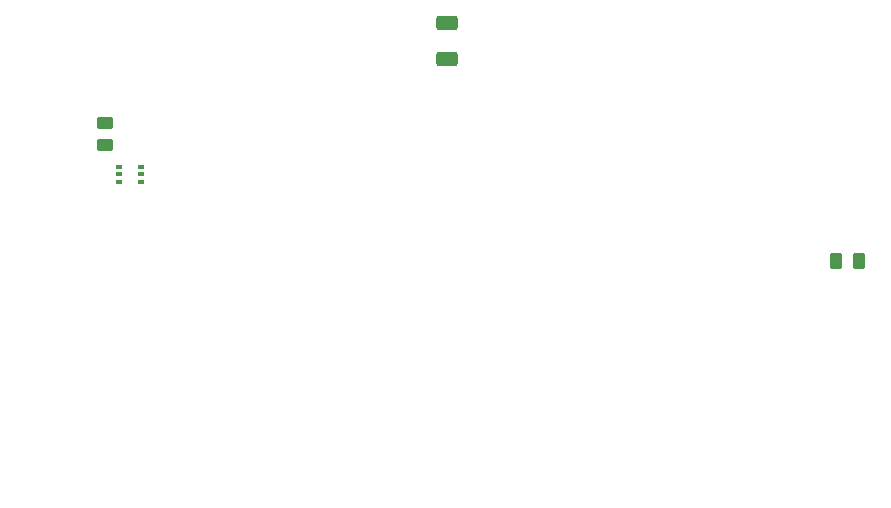
<source format=gbp>
G04 Layer_Color=128*
%FSLAX44Y44*%
%MOMM*%
G71*
G01*
G75*
G04:AMPARAMS|DCode=17|XSize=1.034mm|YSize=1.42mm|CornerRadius=0.2585mm|HoleSize=0mm|Usage=FLASHONLY|Rotation=180.000|XOffset=0mm|YOffset=0mm|HoleType=Round|Shape=RoundedRectangle|*
%AMROUNDEDRECTD17*
21,1,1.0340,0.9030,0,0,180.0*
21,1,0.5170,1.4200,0,0,180.0*
1,1,0.5170,-0.2585,0.4515*
1,1,0.5170,0.2585,0.4515*
1,1,0.5170,0.2585,-0.4515*
1,1,0.5170,-0.2585,-0.4515*
%
%ADD17ROUNDEDRECTD17*%
G04:AMPARAMS|DCode=18|XSize=1.034mm|YSize=1.42mm|CornerRadius=0.2585mm|HoleSize=0mm|Usage=FLASHONLY|Rotation=90.000|XOffset=0mm|YOffset=0mm|HoleType=Round|Shape=RoundedRectangle|*
%AMROUNDEDRECTD18*
21,1,1.0340,0.9030,0,0,90.0*
21,1,0.5170,1.4200,0,0,90.0*
1,1,0.5170,0.4515,0.2585*
1,1,0.5170,0.4515,-0.2585*
1,1,0.5170,-0.4515,-0.2585*
1,1,0.5170,-0.4515,0.2585*
%
%ADD18ROUNDEDRECTD18*%
G04:AMPARAMS|DCode=19|XSize=1.25mm|YSize=1.84mm|CornerRadius=0.3125mm|HoleSize=0mm|Usage=FLASHONLY|Rotation=90.000|XOffset=0mm|YOffset=0mm|HoleType=Round|Shape=RoundedRectangle|*
%AMROUNDEDRECTD19*
21,1,1.2500,1.2150,0,0,90.0*
21,1,0.6250,1.8400,0,0,90.0*
1,1,0.6250,0.6075,0.3125*
1,1,0.6250,0.6075,-0.3125*
1,1,0.6250,-0.6075,-0.3125*
1,1,0.6250,-0.6075,0.3125*
%
%ADD19ROUNDEDRECTD19*%
%ADD80R,0.5000X0.4000*%
%ADD82C,0.0000*%
D17*
X699975Y216500D02*
D03*
X719025D02*
D03*
D18*
X81000Y314475D02*
D03*
Y333525D02*
D03*
D19*
X370500Y387260D02*
D03*
Y417740D02*
D03*
D80*
X92750Y283500D02*
D03*
Y290000D02*
D03*
Y296500D02*
D03*
X111750D02*
D03*
Y290000D02*
D03*
Y283500D02*
D03*
D82*
X727250Y421750D02*
D03*
X10000Y423750D02*
D03*
X728750Y17750D02*
D03*
M02*

</source>
